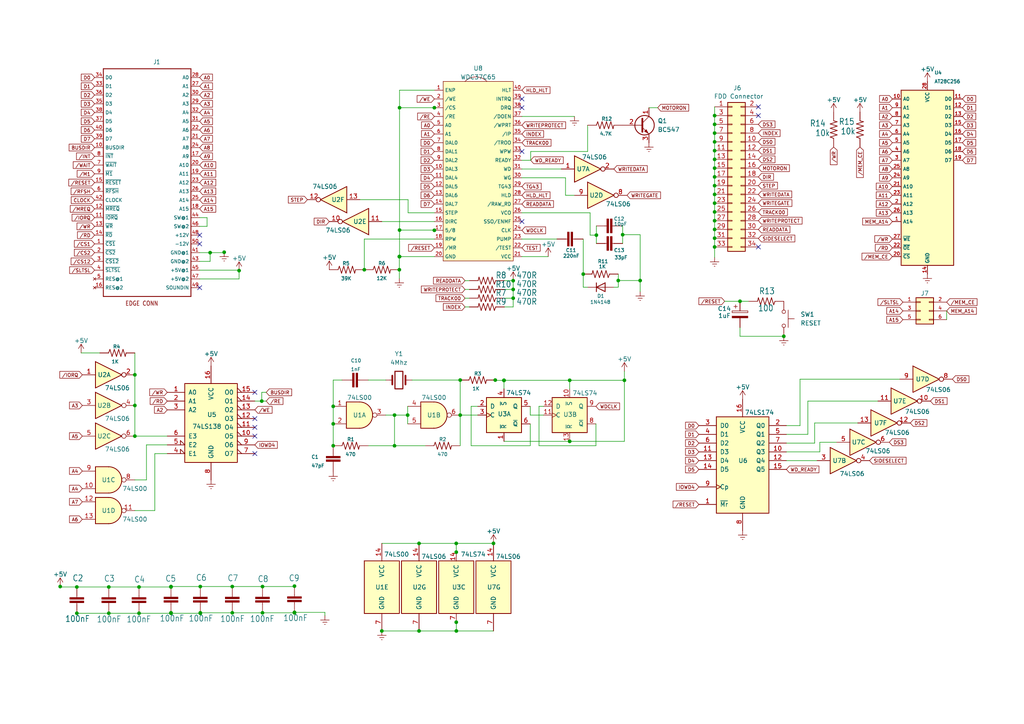
<source format=kicad_sch>
(kicad_sch (version 20211123) (generator eeschema)
  (paper "A4")
  (title_block (title "MSX CDX-2 Floppy Disk Drive Interface Clone") (date "2023-05-28") (rev "1.0") (company "RCC") (comment 1 "Based in the MSX FDD-CDX2 Desigh by Skoti: https://github.com/konkotgit/fdd-cdx2"))
  (junction (at 96.647 122.936))
  (junction (at 207.264 48.768))
  (junction (at 31.558 177.8698))
  (junction (at 207.264 53.848))
  (junction (at 207.264 36.068))
  (junction (at 132.334 180.467))
  (junction (at 17.461 170.1228))
  (junction (at 146.177 110.3326))
  (junction (at 22.287 170.2498))
  (junction (at 60.9483 73.279))
  (junction (at 115.8828 31.2418))
  (junction (at 58.101 177.7428))
  (junction (at 207.264 66.548))
  (junction (at 207.264 38.608))
  (junction (at 40.321 170.2498))
  (junction (at 125.984 31.242))
  (junction (at 146.177 110.3029))
  (junction (at 125.984 66.802))
  (junction (at 165.227 128.016))
  (junction (at 76.135 170.1228))
  (junction (at 96.647 129.286))
  (junction (at 114.427 120.396))
  (junction (at 85.406 177.7428))
  (junction (at 58.101 170.1228))
  (junction (at 67.372 177.7428))
  (junction (at 148.844 81.407))
  (junction (at 115.824 74.422))
  (junction (at 214.63 87.376))
  (junction (at 207.264 41.148))
  (junction (at 49.592 170.2498))
  (junction (at 132.3324 157.607))
  (junction (at 132.3569 183.007))
  (junction (at 49.592 170.1228))
  (junction (at 207.264 33.528))
  (junction (at 148.844 86.487))
  (junction (at 132.334 160.147))
  (junction (at 181.102 110.3029))
  (junction (at 110.744 183.007))
  (junction (at 49.592 177.8698))
  (junction (at 121.539 183.007))
  (junction (at 76.135 177.7428))
  (junction (at 207.264 58.928))
  (junction (at 105.664 78.232))
  (junction (at 39.116 126.492))
  (junction (at 207.264 43.688))
  (junction (at 85.406 177.6158))
  (junction (at 207.264 51.308))
  (junction (at 207.264 46.228))
  (junction (at 40.321 177.8698))
  (junction (at 169.164 79.502))
  (junction (at 179.324 81.3691))
  (junction (at 39.116 108.712))
  (junction (at 207.264 64.008))
  (junction (at 115.824 78.232))
  (junction (at 115.8828 74.422))
  (junction (at 58.101 177.8698))
  (junction (at 31.558 170.2498))
  (junction (at 165.227 110.3029))
  (junction (at 133.477 110.236))
  (junction (at 207.264 71.628))
  (junction (at 75.9209 116.332))
  (junction (at 96.647 117.856))
  (junction (at 65.024 73.152))
  (junction (at 207.264 69.088))
  (junction (at 148.844 83.947))
  (junction (at 85.406 169.9958))
  (junction (at 69.342 78.486))
  (junction (at 67.372 170.1228))
  (junction (at 185.674 81.3691))
  (junction (at 207.264 56.388))
  (junction (at 143.129 157.607))
  (junction (at 227.33 97.536))
  (junction (at 121.539 157.607))
  (junction (at 49.592 177.7428))
  (junction (at 114.427 129.286))
  (junction (at 172.974 68.1977))
  (junction (at 133.477 120.396))
  (junction (at 22.287 177.8698))
  (junction (at 180.594 68.072))
  (junction (at 118.237 120.396))
  (junction (at 143.637 110.236))
  (junction (at 39.116 117.602))
  (junction (at 115.8828 66.7347))
  (junction (at 207.264 61.468))
  (no_connect (at 73.914 113.792))
  (no_connect (at 151.384 64.262))
  (no_connect (at 73.914 123.952))
  (no_connect (at 219.964 30.988))
  (no_connect (at 219.964 33.528))
  (no_connect (at 219.964 71.628))
  (no_connect (at 57.912 83.439))
  (no_connect (at 151.384 43.942))
  (no_connect (at 57.912 68.199))
  (no_connect (at 151.384 31.242))
  (no_connect (at 151.384 28.702))
  (no_connect (at 73.914 131.572))
  (no_connect (at 73.914 121.412))
  (no_connect (at 73.914 126.492))
  (no_connect (at 57.912 70.739))
  (wire (pts (xy 171.1565 61.722) (xy 171.1565 68.1977)))
  (wire (pts (xy 153.797 117.856) (xy 153.797 120.396)))
  (wire (pts (xy 151.384 33.782) (xy 166.624 33.782)))
  (wire (pts (xy 151.384 69.342) (xy 161.544 69.342)))
  (wire (pts (xy 234.312 125.984) (xy 234.312 116.332)))
  (wire (pts (xy 57.912 78.359) (xy 69.342 78.359)))
  (wire (pts (xy 181.102 110.3029) (xy 181.102 128.016)))
  (wire (pts (xy 105.664 69.342) (xy 125.984 69.342)))
  (wire (pts (xy 133.477 110.236) (xy 133.477 120.396)))
  (wire (pts (xy 207.264 71.628) (xy 207.264 74.676)))
  (wire (pts (xy 76.135 170.1228) (xy 85.406 170.1228)))
  (wire (pts (xy 44.9023 131.572) (xy 44.9023 148.082)))
  (wire (pts (xy 180.594 68.072) (xy 185.674 68.072)))
  (wire (pts (xy 31.558 170.2498) (xy 40.321 170.2498)))
  (wire (pts (xy 42.4799 129.032) (xy 42.4799 139.192)))
  (wire (pts (xy 151.384 51.562) (xy 164.0245 51.562)))
  (wire (pts (xy 115.8828 31.2418) (xy 115.8828 66.7347)))
  (wire (pts (xy 22.287 177.8698) (xy 31.558 177.8698)))
  (wire (pts (xy 132.3324 160.147) (xy 132.334 160.147)))
  (wire (pts (xy 69.342 80.899) (xy 69.342 78.486)))
  (wire (pts (xy 115.8828 74.422) (xy 115.824 74.422)))
  (wire (pts (xy 228.092 128.524) (xy 236.2802 128.524)))
  (wire (pts (xy 125.984 26.162) (xy 115.8828 26.162)))
  (wire (pts (xy 57.912 75.819) (xy 60.9483 75.819)))
  (wire (pts (xy 65.024 73.279) (xy 65.024 73.152)))
  (wire (pts (xy 143.637 110.3326) (xy 143.637 110.236)))
  (wire (pts (xy 125.984 61.722) (xy 118.364 61.722)))
  (wire (pts (xy 169.164 69.342) (xy 169.164 79.502)))
  (wire (pts (xy 114.427 120.396) (xy 118.237 120.396)))
  (wire (pts (xy 114.427 120.396) (xy 114.427 129.286)))
  (wire (pts (xy 232.0411 109.982) (xy 260.985 109.982)))
  (wire (pts (xy 118.237 120.396) (xy 118.237 122.936)))
  (wire (pts (xy 85.406 170.1228) (xy 85.406 169.9958)))
  (wire (pts (xy 237.7892 128.27) (xy 242.697 128.27)))
  (wire (pts (xy 237.7892 131.064) (xy 237.7892 128.27)))
  (wire (pts (xy 172.974 68.1977) (xy 172.974 70.612)))
  (wire (pts (xy 85.406 177.6158) (xy 85.406 177.7428)))
  (wire (pts (xy 22.287 170.2498) (xy 31.558 170.2498)))
  (wire (pts (xy 96.647 110.236) (xy 99.187 110.236)))
  (wire (pts (xy 31.558 177.8698) (xy 40.321 177.8698)))
  (wire (pts (xy 106.807 110.236) (xy 111.887 110.236)))
  (wire (pts (xy 40.321 177.8698) (xy 49.592 177.8698)))
  (wire (pts (xy 132.3569 183.007) (xy 132.3569 180.467)))
  (wire (pts (xy 132.3324 157.607) (xy 132.3324 160.147)))
  (wire (pts (xy 207.264 64.008) (xy 207.264 66.548)))
  (wire (pts (xy 146.304 83.947) (xy 148.844 83.947)))
  (wire (pts (xy 69.342 78.359) (xy 69.342 78.486)))
  (wire (pts (xy 48.514 129.032) (xy 42.4799 129.032)))
  (wire (pts (xy 96.647 117.856) (xy 96.647 110.236)))
  (wire (pts (xy 49.592 170.1228) (xy 58.101 170.1228)))
  (wire (pts (xy 179.324 81.3691) (xy 185.674 81.3691)))
  (wire (pts (xy 207.264 33.528) (xy 207.264 36.068)))
  (wire (pts (xy 49.592 170.2498) (xy 49.592 170.1228)))
  (wire (pts (xy 115.8828 66.7347) (xy 115.8828 74.422)))
  (wire (pts (xy 153.797 120.396) (xy 157.607 120.396)))
  (wire (pts (xy 207.264 41.148) (xy 207.264 43.688)))
  (wire (pts (xy 60.0584 63.119) (xy 60.0584 65.659)))
  (wire (pts (xy 67.372 177.7428) (xy 76.135 177.7428)))
  (wire (pts (xy 164.0245 56.642) (xy 166.624 56.642)))
  (wire (pts (xy 236.2802 122.682) (xy 248.793 122.682)))
  (wire (pts (xy 165.227 128.016) (xy 181.102 128.016)))
  (wire (pts (xy 164.0245 51.562) (xy 164.0245 56.642)))
  (wire (pts (xy 57.912 73.279) (xy 60.9483 73.279)))
  (wire (pts (xy 60.0584 65.659) (xy 57.912 65.659)))
  (wire (pts (xy 207.264 43.688) (xy 207.264 46.228)))
  (wire (pts (xy 169.164 79.502) (xy 169.164 83.312)))
  (wire (pts (xy 207.264 58.928) (xy 207.264 61.468)))
  (wire (pts (xy 58.101 177.7428) (xy 58.101 177.8698)))
  (wire (pts (xy 48.514 131.572) (xy 44.9023 131.572)))
  (wire (pts (xy 115.8828 26.162) (xy 115.8828 31.2418)))
  (wire (pts (xy 133.477 120.396) (xy 133.477 129.286)))
  (wire (pts (xy 207.264 38.608) (xy 207.264 41.148)))
  (wire (pts (xy 39.116 117.602) (xy 39.116 126.492)))
  (wire (pts (xy 111.887 120.396) (xy 114.427 120.396)))
  (wire (pts (xy 153.924 46.482) (xy 153.924 43.942)))
  (wire (pts (xy 179.324 81.3691) (xy 179.324 83.312)))
  (wire (pts (xy 180.594 68.072) (xy 180.594 70.612)))
  (wire (pts (xy 185.674 68.072) (xy 185.674 81.3691)))
  (wire (pts (xy 114.427 129.286) (xy 123.317 129.286)))
  (wire (pts (xy 165.227 110.3029) (xy 181.102 110.3029)))
  (wire (pts (xy 110.744 157.607) (xy 121.539 157.607)))
  (wire (pts (xy 22.287 177.911) (xy 22.287 177.8698)))
  (wire (pts (xy 207.264 56.388) (xy 207.264 58.928)))
  (wire (pts (xy 228.092 133.604) (xy 236.982 133.604)))
  (wire (pts (xy 207.264 61.468) (xy 207.264 64.008)))
  (wire (pts (xy 60.9483 75.819) (xy 60.9483 73.279)))
  (wire (pts (xy 188.214 31.242) (xy 190.7544 31.242)))
  (wire (pts (xy 75.9209 113.792) (xy 77.216 113.792)))
  (wire (pts (xy 172.974 65.532) (xy 172.974 68.1977)))
  (wire (pts (xy 148.844 86.487) (xy 148.844 83.947)))
  (wire (pts (xy 119.507 110.236) (xy 133.477 110.236)))
  (wire (pts (xy 96.647 129.286) (xy 96.647 122.936)))
  (wire (pts (xy 115.824 74.422) (xy 115.824 78.232)))
  (wire (pts (xy 207.264 69.088) (xy 207.264 71.628)))
  (wire (pts (xy 153.797 129.286) (xy 153.797 122.936)))
  (wire (pts (xy 105.664 69.342) (xy 105.664 78.232)))
  (wire (pts (xy 75.9209 116.332) (xy 77.216 116.332)))
  (wire (pts (xy 58.101 170.1228) (xy 67.372 170.1228)))
  (wire (pts (xy 106.807 129.286) (xy 114.427 129.286)))
  (wire (pts (xy 232.0411 123.444) (xy 232.0411 109.982)))
  (wire (pts (xy 179.324 83.312) (xy 178.054 83.312)))
  (wire (pts (xy 125.984 74.422) (xy 115.8828 74.422)))
  (wire (pts (xy 151.384 61.722) (xy 171.1565 61.722)))
  (wire (pts (xy 207.264 66.548) (xy 207.264 69.088)))
  (wire (pts (xy 57.912 80.899) (xy 69.342 80.899)))
  (wire (pts (xy 39.116 126.492) (xy 48.514 126.492)))
  (wire (pts (xy 151.384 49.022) (xy 162.814 49.022)))
  (wire (pts (xy 49.592 177.7428) (xy 49.592 177.8698)))
  (wire (pts (xy 236.2802 128.524) (xy 236.2802 122.682)))
  (wire (pts (xy 125.984 31.2418) (xy 125.984 31.242)))
  (wire (pts (xy 39.116 102.362) (xy 39.116 108.712)))
  (wire (pts (xy 228.092 125.984) (xy 234.312 125.984)))
  (wire (pts (xy 44.9023 148.082) (xy 39.116 148.082)))
  (wire (pts (xy 22.287 170.2498) (xy 17.461 170.2498)))
  (wire (pts (xy 138.557 117.856) (xy 136.652 117.856)))
  (wire (pts (xy 181.102 107.696) (xy 181.102 110.3029)))
  (wire (pts (xy 214.63 94.996) (xy 214.63 97.536)))
  (wire (pts (xy 171.1565 68.1977) (xy 172.974 68.1977)))
  (wire (pts (xy 118.364 57.912) (xy 104.394 57.912)))
  (wire (pts (xy 133.477 120.396) (xy 138.557 120.396)))
  (wire (pts (xy 274.574 90.17) (xy 274.574 92.71)))
  (wire (pts (xy 146.177 128.016) (xy 165.227 128.016)))
  (wire (pts (xy 40.321 170.2498) (xy 49.592 170.2498)))
  (wire (pts (xy 156.337 129.286) (xy 172.847 129.286)))
  (wire (pts (xy 156.337 117.856) (xy 156.337 129.286)))
  (wire (pts (xy 165.227 110.3029) (xy 165.227 112.776)))
  (wire (pts (xy 85.406 177.6158) (xy 94.234 177.6158)))
  (wire (pts (xy 207.264 51.308) (xy 207.264 53.848)))
  (wire (pts (xy 146.304 86.487) (xy 148.844 86.487)))
  (wire (pts (xy 228.092 131.064) (xy 237.7892 131.064)))
  (wire (pts (xy 58.101 177.7428) (xy 67.372 177.7428)))
  (wire (pts (xy 146.177 110.3326) (xy 143.637 110.3326)))
  (wire (pts (xy 132.3324 157.607) (xy 143.129 157.607)))
  (wire (pts (xy 121.539 183.007) (xy 132.3569 183.007)))
  (wire (pts (xy 110.744 64.262) (xy 125.984 64.262)))
  (wire (pts (xy 228.092 123.444) (xy 232.0411 123.444)))
  (wire (pts (xy 151.384 46.482) (xy 153.924 46.482)))
  (wire (pts (xy 121.539 157.607) (xy 132.3324 157.607)))
  (wire (pts (xy 136.652 117.856) (xy 136.652 129.286)))
  (wire (pts (xy 115.8828 66.7347) (xy 125.984 66.7347)))
  (wire (pts (xy 60.9483 73.279) (xy 65.024 73.279)))
  (wire (pts (xy 214.63 97.536) (xy 227.33 97.536)))
  (wire (pts (xy 132.3569 180.467) (xy 132.334 180.467)))
  (wire (pts (xy 172.847 129.286) (xy 172.847 122.936)))
  (wire (pts (xy 214.63 87.376) (xy 217.17 87.376)))
  (wire (pts (xy 118.364 61.722) (xy 118.364 57.912)))
  (wire (pts (xy 75.9209 116.332) (xy 75.9209 113.792)))
  (wire (pts (xy 134.874 86.487) (xy 136.144 86.487)))
  (wire (pts (xy 49.592 177.8698) (xy 58.101 177.8698)))
  (wire (pts (xy 146.177 110.3326) (xy 146.177 112.776)))
  (wire (pts (xy 180.594 65.532) (xy 180.594 68.072)))
  (wire (pts (xy 169.164 83.312) (xy 170.434 83.312)))
  (wire (pts (xy 134.874 83.947) (xy 136.144 83.947)))
  (wire (pts (xy 134.874 81.407) (xy 136.144 81.407)))
  (wire (pts (xy 39.116 108.712) (xy 39.116 117.602)))
  (wire (pts (xy 76.135 177.7428) (xy 85.406 177.7428)))
  (wire (pts (xy 151.384 74.422) (xy 159.004 74.422)))
  (wire (pts (xy 110.744 183.007) (xy 121.539 183.007)))
  (wire (pts (xy 207.264 36.068) (xy 207.264 38.608)))
  (wire (pts (xy 148.844 83.947) (xy 148.844 81.407)))
  (wire (pts (xy 157.607 117.856) (xy 156.337 117.856)))
  (wire (pts (xy 207.264 46.228) (xy 207.264 48.768)))
  (wire (pts (xy 207.264 53.848) (xy 207.264 56.388)))
  (wire (pts (xy 73.914 116.332) (xy 75.9209 116.332)))
  (wire (pts (xy 207.264 30.988) (xy 207.264 33.528)))
  (wire (pts (xy 153.924 43.942) (xy 170.434 43.942)))
  (wire (pts (xy 17.461 170.2498) (xy 17.461 170.1228)))
  (wire (pts (xy 132.3569 183.007) (xy 143.129 183.007)))
  (wire (pts (xy 234.312 116.332) (xy 254.635 116.332)))
  (wire (pts (xy 23.5306 102.362) (xy 28.956 102.362)))
  (wire (pts (xy 115.824 78.232) (xy 115.824 80.772)))
  (wire (pts (xy 42.4799 139.192) (xy 39.116 139.192)))
  (wire (pts (xy 146.304 81.407) (xy 148.844 81.407)))
  (wire (pts (xy 118.237 117.856) (xy 118.237 120.396)))
  (wire (pts (xy 57.912 63.119) (xy 60.0584 63.119)))
  (wire (pts (xy 146.304 89.027) (xy 148.844 89.027)))
  (wire (pts (xy 170.434 43.942) (xy 170.434 36.322)))
  (wire (pts (xy 67.372 170.1228) (xy 76.135 170.1228)))
  (wire (pts (xy 134.874 89.027) (xy 136.144 89.027)))
  (wire (pts (xy 136.652 129.286) (xy 153.797 129.286)))
  (wire (pts (xy 148.844 89.027) (xy 148.844 86.487)))
  (wire (pts (xy 96.647 122.936) (xy 96.647 117.856)))
  (wire (pts (xy 115.8828 31.2418) (xy 125.984 31.2418)))
  (wire (pts (xy 185.674 81.3691) (xy 185.674 84.582)))
  (wire (pts (xy 146.177 110.3029) (xy 165.227 110.3029)))
  (wire (pts (xy 210.185 87.376) (xy 214.63 87.376)))
  (wire (pts (xy 207.264 48.768) (xy 207.264 51.308)))
  (wire (pts (xy 146.177 110.3029) (xy 146.177 110.3326)))
  (wire (pts (xy 94.234 177.6158) (xy 94.234 178.562)))
  (wire (pts (xy 125.984 66.7347) (xy 125.984 66.802)))
  (wire (pts (xy 179.324 79.502) (xy 179.324 81.3691)))
  (global_label "A1" (shape input) (at 125.984 38.862 180) (effects (font (size 1 1))) (property "Intersheet References" "${INTERSHEET_REFS}" (effects hide)))
  (global_label "A7" (shape input) (at 258.826 46.482 180) (effects (font (size 1 1))) (property "Intersheet References" "${INTERSHEET_REFS}" (effects hide)))
  (global_label "{slash}MEM_CE" (shape input) (at 258.826 74.422 180) (effects (font (size 1 1))) (property "Intersheet References" "${INTERSHEET_REFS}" (effects hide)))
  (global_label "WDCLK" (shape input) (at 172.847 117.856 0) (effects (font (size 1 1))) (property "Intersheet References" "${INTERSHEET_REFS}" (effects hide)))
  (global_label "A5" (shape input) (at 23.876 126.492 180) (effects (font (size 1 1))) (property "Intersheet References" "${INTERSHEET_REFS}" (effects hide)))
  (global_label "D2" (shape input) (at 125.984 46.482 180) (effects (font (size 1 1))) (property "Intersheet References" "${INTERSHEET_REFS}" (effects hide)))
  (global_label "BUSDIR" (shape input) (at 77.216 113.792 0) (effects (font (size 1 1))) (property "Intersheet References" "${INTERSHEET_REFS}" (effects hide)))
  (global_label "A8" (shape input) (at 258.826 49.022 180) (effects (font (size 1 1))) (property "Intersheet References" "${INTERSHEET_REFS}" (effects hide)))
  (global_label "MOTORON" (shape input) (at 219.964 48.768 0) (effects (font (size 1 1))) (property "Intersheet References" "${INTERSHEET_REFS}" (effects hide)))
  (global_label "D0" (shape input) (at 27.432 22.479 180) (effects (font (size 1 1))) (property "Intersheet References" "${INTERSHEET_REFS}" (effects hide)))
  (global_label "D1" (shape input) (at 27.432 25.019 180) (effects (font (size 1 1))) (property "Intersheet References" "${INTERSHEET_REFS}" (effects hide)))
  (global_label "D2" (shape input) (at 279.146 33.782 0) (effects (font (size 1 1))) (property "Intersheet References" "${INTERSHEET_REFS}" (effects hide)))
  (global_label "{slash}CS1" (shape input) (at 27.432 70.739 180) (effects (font (size 1 1))) (property "Intersheet References" "${INTERSHEET_REFS}" (effects hide)))
  (global_label "A9" (shape input) (at 57.912 45.339 0) (effects (font (size 1 1))) (property "Intersheet References" "${INTERSHEET_REFS}" (effects hide)))
  (global_label "WDCLK" (shape input) (at 151.384 66.802 0) (effects (font (size 1 1))) (property "Intersheet References" "${INTERSHEET_REFS}" (effects hide)))
  (global_label "A11" (shape input) (at 57.912 50.419 0) (effects (font (size 1 1))) (property "Intersheet References" "${INTERSHEET_REFS}" (effects hide)))
  (global_label "A0" (shape input) (at 57.912 22.479 0) (effects (font (size 1 1))) (property "Intersheet References" "${INTERSHEET_REFS}" (effects hide)))
  (global_label "A14" (shape input) (at 261.874 90.17 180) (effects (font (size 1 1))) (property "Intersheet References" "${INTERSHEET_REFS}" (effects hide)))
  (global_label "D1" (shape input) (at 279.146 31.242 0) (effects (font (size 1 1))) (property "Intersheet References" "${INTERSHEET_REFS}" (effects hide)))
  (global_label "DS0" (shape input) (at 219.964 41.148 0) (effects (font (size 1 1))) (property "Intersheet References" "${INTERSHEET_REFS}" (effects hide)))
  (global_label "IOWD4" (shape input) (at 202.692 141.224 180) (effects (font (size 1 1))) (property "Intersheet References" "${INTERSHEET_REFS}" (effects hide)))
  (global_label "A2" (shape input) (at 48.514 118.872 180) (effects (font (size 1 1))) (property "Intersheet References" "${INTERSHEET_REFS}" (effects hide)))
  (global_label "INDEX" (shape input) (at 219.964 38.608 0) (effects (font (size 1 1))) (property "Intersheet References" "${INTERSHEET_REFS}" (effects hide)))
  (global_label "D5" (shape input) (at 125.984 54.102 180) (effects (font (size 1 1))) (property "Intersheet References" "${INTERSHEET_REFS}" (effects hide)))
  (global_label "{slash}WE" (shape input) (at 73.914 118.872 0) (effects (font (size 1 1))) (property "Intersheet References" "${INTERSHEET_REFS}" (effects hide)))
  (global_label "MEM_A14" (shape input) (at 274.574 90.17 0) (effects (font (size 1 1))) (property "Intersheet References" "${INTERSHEET_REFS}" (effects hide)))
  (global_label "{slash}WAIT" (shape input) (at 27.432 47.879 180) (effects (font (size 1 1))) (property "Intersheet References" "${INTERSHEET_REFS}" (effects hide)))
  (global_label "WD_READY" (shape input) (at 228.092 136.144 0) (effects (font (size 1 1))) (property "Intersheet References" "${INTERSHEET_REFS}" (effects hide)))
  (global_label "STEP" (shape input) (at 89.154 57.912 180) (effects (font (size 1 1))) (property "Intersheet References" "${INTERSHEET_REFS}" (effects hide)))
  (global_label "A7" (shape input) (at 23.876 145.542 180) (effects (font (size 1 1))) (property "Intersheet References" "${INTERSHEET_REFS}" (effects hide)))
  (global_label "DS2" (shape input) (at 219.964 46.228 0) (effects (font (size 1 1))) (property "Intersheet References" "${INTERSHEET_REFS}" (effects hide)))
  (global_label "{slash}CS2" (shape input) (at 27.432 73.279 180) (effects (font (size 1 1))) (property "Intersheet References" "${INTERSHEET_REFS}" (effects hide)))
  (global_label "D4" (shape input) (at 125.984 51.562 180) (effects (font (size 1 1))) (property "Intersheet References" "${INTERSHEET_REFS}" (effects hide)))
  (global_label "TRACK00" (shape input) (at 151.384 41.402 0) (effects (font (size 1 1))) (property "Intersheet References" "${INTERSHEET_REFS}" (effects hide)))
  (global_label "D2" (shape input) (at 202.692 128.524 180) (effects (font (size 1 1))) (property "Intersheet References" "${INTERSHEET_REFS}" (effects hide)))
  (global_label "SIDESELECT" (shape input) (at 252.222 133.604 0) (effects (font (size 1 1))) (property "Intersheet References" "${INTERSHEET_REFS}" (effects hide)))
  (global_label "A15" (shape input) (at 57.912 60.579 0) (effects (font (size 1 1))) (property "Intersheet References" "${INTERSHEET_REFS}" (effects hide)))
  (global_label "WRITEGATE" (shape input) (at 181.864 56.642 0) (effects (font (size 1 1))) (property "Intersheet References" "${INTERSHEET_REFS}" (effects hide)))
  (global_label "DS3" (shape input) (at 219.964 36.068 0) (effects (font (size 1 1))) (property "Intersheet References" "${INTERSHEET_REFS}" (effects hide)))
  (global_label "{slash}RFSH" (shape input) (at 27.432 55.499 180) (effects (font (size 1 1))) (property "Intersheet References" "${INTERSHEET_REFS}" (effects hide)))
  (global_label "D1" (shape input) (at 202.692 125.984 180) (effects (font (size 1 1))) (property "Intersheet References" "${INTERSHEET_REFS}" (effects hide)))
  (global_label "{slash}RESET" (shape input) (at 27.432 52.959 180) (effects (font (size 1 1))) (property "Intersheet References" "${INTERSHEET_REFS}" (effects hide)))
  (global_label "{slash}CS12" (shape input) (at 27.432 75.819 180) (effects (font (size 1 1))) (property "Intersheet References" "${INTERSHEET_REFS}" (effects hide)))
  (global_label "A14" (shape input) (at 57.912 58.039 0) (effects (font (size 1 1))) (property "Intersheet References" "${INTERSHEET_REFS}" (effects hide)))
  (global_label "A13" (shape input) (at 57.912 55.499 0) (effects (font (size 1 1))) (property "Intersheet References" "${INTERSHEET_REFS}" (effects hide)))
  (global_label "WD_READY" (shape input) (at 153.924 46.482 0) (effects (font (size 1 1))) (property "Intersheet References" "${INTERSHEET_REFS}" (effects hide)))
  (global_label "READDATA" (shape input) (at 151.384 59.182 0) (effects (font (size 1 1))) (property "Intersheet References" "${INTERSHEET_REFS}" (effects hide)))
  (global_label "{slash}RESET" (shape input) (at 125.984 71.882 180) (effects (font (size 1 1))) (property "Intersheet References" "${INTERSHEET_REFS}" (effects hide)))
  (global_label "A15" (shape input) (at 261.874 92.71 180) (effects (font (size 1 1))) (property "Intersheet References" "${INTERSHEET_REFS}" (effects hide)))
  (global_label "A1" (shape input) (at 258.826 31.242 180) (effects (font (size 1 1))) (property "Intersheet References" "${INTERSHEET_REFS}" (effects hide)))
  (global_label "STEP" (shape input) (at 219.964 53.848 0) (effects (font (size 1 1))) (property "Intersheet References" "${INTERSHEET_REFS}" (effects hide)))
  (global_label "A5" (shape input) (at 258.826 41.402 180) (effects (font (size 1 1))) (property "Intersheet References" "${INTERSHEET_REFS}" (effects hide)))
  (global_label "D2" (shape input) (at 27.432 27.559 180) (effects (font (size 1 1))) (property "Intersheet References" "${INTERSHEET_REFS}" (effects hide)))
  (global_label "A6" (shape input) (at 23.876 150.622 180) (effects (font (size 1 1))) (property "Intersheet References" "${INTERSHEET_REFS}" (effects hide)))
  (global_label "D4" (shape input) (at 27.432 32.639 180) (effects (font (size 1 1))) (property "Intersheet References" "${INTERSHEET_REFS}" (effects hide)))
  (global_label "A2" (shape input) (at 57.912 27.559 0) (effects (font (size 1 1))) (property "Intersheet References" "${INTERSHEET_REFS}" (effects hide)))
  (global_label "DS0" (shape input) (at 276.225 109.982 0) (effects (font (size 1 1))) (property "Intersheet References" "${INTERSHEET_REFS}" (effects hide)))
  (global_label "A0" (shape input) (at 125.984 36.322 180) (effects (font (size 1 1))) (property "Intersheet References" "${INTERSHEET_REFS}" (effects hide)))
  (global_label "{slash}RESET" (shape input) (at 202.692 146.304 180) (effects (font (size 1 1))) (property "Intersheet References" "${INTERSHEET_REFS}" (effects hide)))
  (global_label "D0" (shape input) (at 279.146 28.702 0) (effects (font (size 1 1))) (property "Intersheet References" "${INTERSHEET_REFS}" (effects hide)))
  (global_label "TRACK00" (shape input) (at 219.964 61.5319 0) (effects (font (size 1 1))) (property "Intersheet References" "${INTERSHEET_REFS}" (effects hide)))
  (global_label "D3" (shape input) (at 125.984 49.022 180) (effects (font (size 1 1))) (property "Intersheet References" "${INTERSHEET_REFS}" (effects hide)))
  (global_label "WRITEPROTECT" (shape input) (at 151.384 36.322 0) (effects (font (size 1 1))) (property "Intersheet References" "${INTERSHEET_REFS}" (effects hide)))
  (global_label "CLOCK" (shape input) (at 27.432 58.039 180) (effects (font (size 1 1))) (property "Intersheet References" "${INTERSHEET_REFS}" (effects hide)))
  (global_label "D3" (shape input) (at 27.432 30.099 180) (effects (font (size 1 1))) (property "Intersheet References" "${INTERSHEET_REFS}" (effects hide)))
  (global_label "INDEX" (shape input) (at 151.384 38.862 0) (effects (font (size 1 1))) (property "Intersheet References" "${INTERSHEET_REFS}" (effects hide)))
  (global_label "D7" (shape input) (at 279.146 46.482 0) (effects (font (size 1 1))) (property "Intersheet References" "${INTERSHEET_REFS}" (effects hide)))
  (global_label "WRITEGATE" (shape input) (at 219.964 58.889 0) (effects (font (size 1 1))) (property "Intersheet References" "${INTERSHEET_REFS}" (effects hide)))
  (global_label "{slash}WR" (shape input) (at 27.432 65.659 180) (effects (font (size 1 1))) (property "Intersheet References" "${INTERSHEET_REFS}" (effects hide)))
  (global_label "D6" (shape input) (at 125.984 56.642 180) (effects (font (size 1 1))) (property "Intersheet References" "${INTERSHEET_REFS}" (effects hide)))
  (global_label "MEM_A14" (shape input) (at 258.826 64.262 180) (effects (font (size 1 1))) (property "Intersheet References" "${INTERSHEET_REFS}" (effects hide)))
  (global_label "D3" (shape input) (at 279.146 36.322 0) (effects (font (size 1 1))) (property "Intersheet References" "${INTERSHEET_REFS}" (effects hide)))
  (global_label "{slash}WR" (shape input) (at 48.514 113.792 180) (effects (font (size 1 1))) (property "Intersheet References" "${INTERSHEET_REFS}" (effects hide)))
  (global_label "D5" (shape input) (at 27.432 35.179 180) (effects (font (size 1 1))) (property "Intersheet References" "${INTERSHEET_REFS}" (effects hide)))
  (global_label "WRITEPROTECT" (shape input) (at 134.874 83.947 180) (effects (font (size 1 1))) (property "Intersheet References" "${INTERSHEET_REFS}" (effects hide)))
  (global_label "A7" (shape input) (at 57.912 40.259 0) (effects (font (size 1 1))) (property "Intersheet References" "${INTERSHEET_REFS}" (effects hide)))
  (global_label "HLD_HLT" (shape input) (at 151.384 26.162 0) (effects (font (size 1 1))) (property "Intersheet References" "${INTERSHEET_REFS}" (effects hide)))
  (global_label "A0" (shape input) (at 258.826 28.702 180) (effects (font (size 1 1))) (property "Intersheet References" "${INTERSHEET_REFS}" (effects hide)))
  (global_label "A10" (shape input) (at 258.826 54.102 180) (effects (font (size 1 1))) (property "Intersheet References" "${INTERSHEET_REFS}" (effects hide)))
  (global_label "A4" (shape input) (at 258.826 38.862 180) (effects (font (size 1 1))) (property "Intersheet References" "${INTERSHEET_REFS}" (effects hide)))
  (global_label "D1" (shape input) (at 125.984 43.942 180) (effects (font (size 1 1))) (property "Intersheet References" "${INTERSHEET_REFS}" (effects hide)))
  (global_label "{slash}SLTSL" (shape input) (at 261.874 87.63 180) (effects (font (size 1 1))) (property "Intersheet References" "${INTERSHEET_REFS}" (effects hide)))
  (global_label "D5" (shape input) (at 279.146 41.402 0) (effects (font (size 1 1))) (property "Intersheet References" "${INTERSHEET_REFS}" (effects hide)))
  (global_label "BUSDIR" (shape input) (at 27.432 42.799 180) (effects (font (size 1 1))) (property "Intersheet References" "${INTERSHEET_REFS}" (effects hide)))
  (global_label "D4" (shape input) (at 279.146 38.862 0) (effects (font (size 1 1))) (property "Intersheet References" "${INTERSHEET_REFS}" (effects hide)))
  (global_label "{slash}MEM_CE" (shape input) (at 274.574 87.63 0) (effects (font (size 1 1))) (property "Intersheet References" "${INTERSHEET_REFS}" (effects hide)))
  (global_label "D7" (shape input) (at 27.432 40.259 180) (effects (font (size 1 1))) (property "Intersheet References" "${INTERSHEET_REFS}" (effects hide)))
  (global_label "{slash}WR" (shape input) (at 258.826 69.342 180) (effects (font (size 1 1))) (property "Intersheet References" "${INTERSHEET_REFS}" (effects hide)))
  (global_label "A1" (shape input) (at 57.912 25.019 0) (effects (font (size 1 1))) (property "Intersheet References" "${INTERSHEET_REFS}" (effects hide)))
  (global_label "TEST" (shape input) (at 151.384 71.882 0) (effects (font (size 1 1))) (property "Intersheet References" "${INTERSHEET_REFS}" (effects hide)))
  (global_label "HLD_HLT" (shape input) (at 151.384 56.642 0) (effects (font (size 1 1))) (property "Intersheet References" "${INTERSHEET_REFS}" (effects hide)))
  (global_label "{slash}RD" (shape input) (at 27.432 68.199 180) (effects (font (size 1 1))) (property "Intersheet References" "${INTERSHEET_REFS}" (effects hide)))
  (global_label "A4" (shape input) (at 23.876 136.6019 180) (effects (font (size 1 1))) (property "Intersheet References" "${INTERSHEET_REFS}" (effects hide)))
  (global_label "{slash}SLTSL" (shape input) (at 27.432 78.359 180) (effects (font (size 1 1))) (property "Intersheet References" "${INTERSHEET_REFS}" (effects hide)))
  (global_label "D0" (shape input) (at 125.984 41.402 180) (effects (font (size 1 1))) (property "Intersheet References" "${INTERSHEET_REFS}" (effects hide)))
  (global_label "DS1" (shape input) (at 269.875 116.332 0) (effects (font (size 1 1))) (property "Intersheet References" "${INTERSHEET_REFS}" (effects hide)))
  (global_label "A3" (shape input) (at 57.912 30.099 0) (effects (font (size 1 1))) (property "Intersheet References" "${INTERSHEET_REFS}" (effects hide)))
  (global_label "A3" (shape input) (at 258.826 36.322 180) (effects (font (size 1 1))) (property "Intersheet References" "${INTERSHEET_REFS}" (effects hide)))
  (global_label "A3" (shape input) (at 23.876 117.602 180) (effects (font (size 1 1))) (property "Intersheet References" "${INTERSHEET_REFS}" (effects hide)))
  (global_label "A13" (shape input) (at 258.826 61.722 180) (effects (font (size 1 1))) (property "Intersheet References" "${INTERSHEET_REFS}" (effects hide)))
  (global_label "D7" (shape input) (at 125.984 59.182 180) (effects (font (size 1 1))) (property "Intersheet References" "${INTERSHEET_REFS}" (effects hide)))
  (global_label "{slash}M1" (shape input) (at 27.432 50.419 180) (effects (font (size 1 1))) (property "Intersheet References" "${INTERSHEET_REFS}" (effects hide)))
  (global_label "A4" (shape input) (at 23.876 141.732 180) (effects (font (size 1 1))) (property "Intersheet References" "${INTERSHEET_REFS}" (effects hide)))
  (global_label "{slash}WR" (shape input) (at 241.808 42.672 270) (effects (font (size 1 1))) (property "Intersheet References" "${INTERSHEET_REFS}" (effects hide)))
  (global_label "{slash}MREQ" (shape input) (at 27.432 60.579 180) (effects (font (size 1 1))) (property "Intersheet References" "${INTERSHEET_REFS}" (effects hide)))
  (global_label "{slash}RD" (shape input) (at 258.826 71.882 180) (effects (font (size 1 1))) (property "Intersheet References" "${INTERSHEET_REFS}" (effects hide)))
  (global_label "A9" (shape input) (at 258.826 51.562 180) (effects (font (size 1 1))) (property "Intersheet References" "${INTERSHEET_REFS}" (effects hide)))
  (global_label "INDEX" (shape input) (at 134.874 89.027 180) (effects (font (size 1 1))) (property "Intersheet References" "${INTERSHEET_REFS}" (effects hide)))
  (global_label "A6" (shape input) (at 258.826 43.942 180) (effects (font (size 1 1))) (property "Intersheet References" "${INTERSHEET_REFS}" (effects hide)))
  (global_label "READDATA" (shape input) (at 219.964 66.548 0) (effects (font (size 1 1))) (property "Intersheet References" "${INTERSHEET_REFS}" (effects hide)))
  (global_label "{slash}INT" (shape input) (at 27.432 45.339 180) (effects (font (size 1 1))) (property "Intersheet References" "${INTERSHEET_REFS}" (effects hide)))
  (global_label "{slash}WE" (shape input) (at 125.984 28.702 180) (effects (font (size 1 1))) (property "Intersheet References" "${INTERSHEET_REFS}" (effects hide)))
  (global_label "DS3" (shape input) (at 257.937 128.27 0) (effects (font (size 1 1))) (property "Intersheet References" "${INTERSHEET_REFS}" (effects hide)))
  (global_label "D0" (shape input) (at 202.692 123.444 180) (effects (font (size 1 1))) (property "Intersheet References" "${INTERSHEET_REFS}" (effects hide)))
  (global_label "A8" (shape input) (at 57.912 42.799 0) (effects (font (size 1 1))) (property "Intersheet References" "${INTERSHEET_REFS}" (effects hide)))
  (global_label "DS2" (shape input) (at 264.033 122.682 0) (effects (font (size 1 1))) (property "Intersheet References" "${INTERSHEET_REFS}" (effects hide)))
  (global_label "A4" (shape input) (at 57.912 32.639 0) (effects (font (size 1 1))) (property "Intersheet References" "${INTERSHEET_REFS}" (effects hide)))
  (global_label "{slash}RE" (shape input) (at 125.984 33.782 180) (effects (font (size 1 1))) (property "Intersheet References" "${INTERSHEET_REFS}" (effects hide)))
  (global_label "{slash}IORQ" (shape input) (at 27.432 63.119 180) (effects (font (size 1 1))) (property "Intersheet References" "${INTERSHEET_REFS}" (effects hide)))
  (global_label "D4" (shape input) (at 202.692 133.604 180) (effects (font (size 1 1))) (property "Intersheet References" "${INTERSHEET_REFS}" (effects hide)))
  (global_label "SIDESELECT" (shape input) (at 219.964 69.1773 0) (effects (font (size 1 1))) (property "Intersheet References" "${INTERSHEET_REFS}" (effects hide)))
  (global_label "A10" (shape input) (at 57.912 47.879 0) (effects (font (size 1 1))) (property "Intersheet References" "${INTERSHEET_REFS}" (effects hide)))
  (global_label "A5" (shape input) (at 57.912 35.179 0) (effects (font (size 1 1))) (property "Intersheet References" "${INTERSHEET_REFS}" (effects hide)))
  (global_label "{slash}MEM_CE" (shape input) (at 249.428 42.672 270) (effects (font (size 1 1))) (property "Intersheet References" "${INTERSHEET_REFS}" (effects hide)))
  (global_label "WRITEPROTECT" (shape input) (at 219.964 64.008 0) (effects (font (size 1 1))) (property "Intersheet References" "${INTERSHEET_REFS}" (effects hide)))
  (global_label "{slash}RESET" (shape input) (at 210.185 87.376 180) (effects (font (size 1 1))) (property "Intersheet References" "${INTERSHEET_REFS}" (effects hide)))
  (global_label "A11" (shape input) (at 258.826 56.642 180) (effects (font (size 1 1))) (property "Intersheet References" "${INTERSHEET_REFS}" (effects hide)))
  (global_label "WRITEDATA" (shape input) (at 178.054 49.022 0) (effects (font (size 1 1))) (property "Intersheet References" "${INTERSHEET_REFS}" (effects hide)))
  (global_label "TRACK00" (shape input) (at 134.874 86.487 180) (effects (font (size 1 1))) (property "Intersheet References" "${INTERSHEET_REFS}" (effects hide)))
  (global_label "MOTORON" (shape input) (at 190.7544 31.242 0) (effects (font (size 1 1))) (property "Intersheet References" "${INTERSHEET_REFS}" (effects hide)))
  (global_label "D3" (shape input) (at 202.692 131.064 180) (effects (font (size 1 1))) (property "Intersheet References" "${INTERSHEET_REFS}" (effects hide)))
  (global_label "WRITEDATA" (shape input) (at 219.964 56.388 0) (effects (font (size 1 1))) (property "Intersheet References" "${INTERSHEET_REFS}" (effects hide)))
  (global_label "A12" (shape input) (at 57.912 52.959 0) (effects (font (size 1 1))) (property "Intersheet References" "${INTERSHEET_REFS}" (effects hide)))
  (global_label "A12" (shape input) (at 258.826 59.182 180) (effects (font (size 1 1))) (property "Intersheet References" "${INTERSHEET_REFS}" (effects hide)))
  (global_label "D5" (shape input) (at 202.692 136.144 180) (effects (font (size 1 1))) (property "Intersheet References" "${INTERSHEET_REFS}" (effects hide)))
  (global_label "DS1" (shape input) (at 219.964 43.688 0) (effects (font (size 1 1))) (property "Intersheet References" "${INTERSHEET_REFS}" (effects hide)))
  (global_label "D6" (shape input) (at 279.146 43.942 0) (effects (font (size 1 1))) (property "Intersheet References" "${INTERSHEET_REFS}" (effects hide)))
  (global_label "DIR" (shape input) (at 219.964 51.308 0) (effects (font (size 1 1))) (property "Intersheet References" "${INTERSHEET_REFS}" (effects hide)))
  (global_label "DIR" (shape input) (at 95.504 64.262 180) (effects (font (size 1 1))) (property "Intersheet References" "${INTERSHEET_REFS}" (effects hide)))
  (global_label "IOWD4" (shape input) (at 73.914 129.032 0) (effects (font (size 1 1))) (property "Intersheet References" "${INTERSHEET_REFS}" (effects hide)))
  (global_label "{slash}IORQ" (shape input) (at 23.876 108.712 180) (effects (font (size 1 1))) (property "Intersheet References" "${INTERSHEET_REFS}" (effects hide)))
  (global_label "TG43" (shape input) (at 151.384 54.102 0) (effects (font (size 1 1))) (property "Intersheet References" "${INTERSHEET_REFS}" (effects hide)))
  (global_label "A6" (shape input) (at 57.912 37.719 0) (effects (font (size 1 1))) (property "Intersheet References" "${INTERSHEET_REFS}" (effects hide)))
  (global_label "READDATA" (shape input) (at 134.874 81.407 180) (effects (font (size 1 1))) (property "Intersheet References" "${INTERSHEET_REFS}" (effects hide)))
  (global_label "D6" (shape input) (at 27.432 37.719 180) (effects (font (size 1 1))) (property "Intersheet References" "${INTERSHEET_REFS}" (effects hide)))
  (global_label "{slash}RE" (shape input) (at 77.216 116.332 0) (effects (font (size 1 1))) (property "Intersheet References" "${INTERSHEET_REFS}" (effects hide)))
  (global_label "{slash}RD" (shape input) (at 48.514 116.332 180) (effects (font (size 1 1))) (property "Intersheet References" "${INTERSHEET_REFS}" (effects hide)))
  (global_label "A2" (shape input) (at 258.826 33.782 180) (effects (font (size 1 1))) (property "Intersheet References" "${INTERSHEET_REFS}" (effects hide)))
  (symbol (lib_id "Memory_EEPROM:28C256") (at 268.986 51.562 0) (unit 1)
    (property "Reference" "U4" (at 271.0054 21.082 0) (effects (font (size 1 1)) (justify left)))
    (property "Value" "AT28C256" (at 271.0054 23.622 0) (effects (font (size 1 1)) (justify left)))
    (property "Footprint" "Package_DIP:DIP-28_W15.24mm" (effects hide))
    (property "Datasheet" "http://ww1.microchip.com/downloads/en/DeviceDoc/doc0006.pdf" (effects hide))
  )
  (symbol (lib_id "power:GNDREF") (at 96.647 136.906 0) (unit 1)
    (property "Reference" "#PWR0110" (effects hide))
    (property "Value" "GNDREF" (effects hide))
  )
  (symbol (lib_id "msxpi-eagle-import:C2,5-3") (at 178.054 70.612 270) (unit 1)
    (property "Reference" "C13" (at 178.054 73.152 90) (effects (font (size 1 1)) (justify left bottom)))
    (property "Value" "33pF" (at 178.1858 75.2378 90) (effects (font (size 1 1)) (justify left bottom)))
    (property "Footprint" "Capacitor_THT:C_Disc_D3.0mm_W1.6mm_P2.50mm" (effects hide))
  )
  (symbol (lib_id "msxpi-eagle-import:C2,5-3") (at 166.624 69.342 270) (unit 1)
    (property "Reference" "C11" (at 164.084 73.152 90) (effects (font (size 1 1)) (justify left bottom)))
    (property "Value" "220nF" (at 163.2932 74.7917 90) (effects (font (size 1 1)) (justify left bottom)))
    (property "Footprint" "Capacitor_THT:C_Disc_D3.0mm_W1.6mm_P2.50mm" (effects hide))
  )
  (symbol (lib_id "74xx:74LS00") (at 31.496 148.082 0) (unit 4)
    (property "Reference" "U1" (at 31.496 148.082 0))
    (property "Value" "74LS00" (at 39.116 150.622 0))
    (property "Footprint" "Package_DIP:DIP-14_W7.62mm" (effects hide))
    (property "Datasheet" "http://www.ti.com/lit/gpn/sn74ls00" (effects hide))
  )
  (symbol (lib_id "Connector_Generic:Conn_02x17_Odd_Even") (at 212.344 51.308 0) (unit 1)
    (property "Reference" "J6" (at 213.868 25.527 0))
    (property "Value" "FDD Connector" (at 214.249 27.94 0))
    (property "Footprint" "Connector_PinHeader_2.54mm:PinHeader_2x17_P2.54mm_Horizontal" (effects hide))
  )
  (symbol (lib_id "msxpi-eagle-import:C2,5-3") (at 178.054 65.532 270) (unit 1)
    (property "Reference" "C12" (at 178.0344 64.0342 90) (effects (font (size 1 1)) (justify left bottom)))
    (property "Value" "10pF" (at 178.054 65.532 90) (effects (font (size 1 1)) (justify left bottom)))
    (property "Footprint" "Capacitor_THT:C_Disc_D3.0mm_W1.6mm_P2.50mm" (effects hide))
  )
  (symbol (lib_id "msxpi-eagle-import:C2,5-3") (at 104.267 110.236 270) (unit 1)
    (property "Reference" "C10" (at 101.727 105.156 90) (effects (font (size 1 1)) (justify left bottom)))
    (property "Value" "1nF" (at 101.727 107.696 90) (effects (font (size 1 1)) (justify left bottom)))
    (property "Footprint" "Capacitor_THT:C_Disc_D3.0mm_W1.6mm_P2.50mm" (effects hide))
  )
  (symbol (lib_id "msxpi-eagle-import:C2,5-3") (at 67.372 175.2028 180) (unit 1)
    (property "Reference" "C7" (at 69.15 166.6938 0) (effects (font (size 1.778 1.5113)) (justify left bottom)))
    (property "Value" "100nF" (at 71.055 178.5048 0) (effects (font (size 1.778 1.5113)) (justify left bottom)))
    (property "Footprint" "Capacitor_THT:C_Disc_D3.0mm_W1.6mm_P2.50mm" (effects hide))
  )
  (symbol (lib_id "Connector_Generic:Conn_02x03_Odd_Even") (at 266.954 90.17 0) (unit 1)
    (property "Reference" "J7" (at 268.224 85.09 0))
    (property "Value" "ROM_SWITCH" (effects hide))
    (property "Footprint" "Connector_PinHeader_2.54mm:PinHeader_2x03_P2.54mm_Horizontal" (effects hide))
  )
  (symbol (lib_id "power:+5V") (at 268.986 23.622 0) (unit 1)
    (property "Reference" "#PWR03" (effects hide))
    (property "Value" "+5V" (at 268.986 20.066 0))
  )
  (symbol (lib_id "power:+5V") (at 95.504 78.232 0) (unit 1)
    (property "Reference" "#PWR0112" (effects hide))
    (property "Value" "+5V" (at 95.504 74.676 0))
  )
  (symbol (lib_id "msxpi-eagle-import:C2,5-3") (at 40.321 175.3298 180) (unit 1)
    (property "Reference" "C4" (at 42.099 167.0748 0) (effects (font (size 1.778 1.5113)) (justify left bottom)))
    (property "Value" "100nF" (at 43.877 178.6318 0) (effects (font (size 1.778 1.5113)) (justify left bottom)))
    (property "Footprint" "Capacitor_THT:C_Disc_D3.0mm_W1.6mm_P2.50mm" (effects hide))
  )
  (symbol (lib_id "74xx:74LS06") (at 31.496 108.712 0) (unit 1)
    (property "Reference" "U2" (at 30.226 108.712 0))
    (property "Value" "74LS06" (at 34.036 112.522 0))
    (property "Footprint" "Package_DIP:DIP-14_W7.62mm" (effects hide))
    (property "Datasheet" "http://www.ti.com/lit/gpn/sn74LS06" (effects hide))
  )
  (symbol (lib_id "power:GNDREF") (at 227.33 97.536 0) (unit 1)
    (property "Reference" "#PWR011" (effects hide))
    (property "Value" "GNDREF" (effects hide))
  )
  (symbol (lib_id "power:+5V") (at 159.004 74.422 0) (unit 1)
    (property "Reference" "#PWR0105" (effects hide))
    (property "Value" "+5V" (at 159.004 70.866 0))
  )
  (symbol (lib_id "power:GNDREF") (at 115.824 80.772 0) (unit 1)
    (property "Reference" "#PWR0111" (effects hide))
    (property "Value" "GNDREF" (effects hide))
  )
  (symbol (lib_id "power:+5V") (at 249.428 32.512 0) (unit 1)
    (property "Reference" "#PWR06" (effects hide))
    (property "Value" "+5V" (at 249.428 28.956 0))
  )
  (symbol (lib_id "74xx:74LS00") (at 31.496 139.192 0) (unit 3)
    (property "Reference" "U1" (at 31.496 139.192 0))
    (property "Value" "74LS00" (at 39.116 141.732 0))
    (property "Footprint" "Package_DIP:DIP-14_W7.62mm" (effects hide))
    (property "Datasheet" "http://www.ti.com/lit/gpn/sn74ls00" (effects hide))
  )
  (symbol (lib_id "74xx:74LS06") (at 244.602 133.604 0) (unit 2)
    (property "Reference" "U7" (at 243.459 133.604 0))
    (property "Value" "74LS06" (at 247.142 137.414 0))
    (property "Footprint" "Package_DIP:DIP-14_W7.62mm" (effects hide))
    (property "Datasheet" "http://www.ti.com/lit/gpn/sn74LS06" (effects hide))
  )
  (symbol (lib_id "msxpi-eagle-import:R-US_0207{slash}7") (at 101.727 129.286 0) (unit 1)
    (property "Reference" "R1" (at 100.6672 127.9989 0) (effects (font (size 1 1)) (justify left bottom)))
    (property "Value" "470" (at 100.1625 132.339 0) (effects (font (size 1 1)) (justify left bottom)))
    (property "Footprint" "Resistor_THT:R_Axial_DIN0207_L6.3mm_D2.5mm_P7.62mm_Horizontal" (effects hide))
  )
  (symbol (lib_id "msxpi-eagle-import:C2,5-3") (at 22.287 175.3298 180) (unit 1)
    (property "Reference" "C2" (at 24.192 166.6938 0) (effects (font (size 1.778 1.5113)) (justify left bottom)))
    (property "Value" "100nF" (at 26.097 178.5048 0) (effects (font (size 1.778 1.5113)) (justify left bottom)))
    (property "Footprint" "Capacitor_THT:C_Disc_D3.0mm_W1.6mm_P2.50mm" (effects hide))
  )
  (symbol (lib_id "74xx:74LS06") (at 103.124 64.262 180) (unit 5)
    (property "Reference" "U2" (at 104.394 64.262 0))
    (property "Value" "74LS06" (at 98.044 66.802 0))
    (property "Footprint" "Package_DIP:DIP-14_W7.62mm" (effects hide))
    (property "Datasheet" "http://www.ti.com/lit/gpn/sn74LS06" (effects hide))
  )
  (symbol (lib_id "msxpi-eagle-import:R-US_0207{slash}7") (at 141.224 89.027 180) (unit 1)
    (property "Reference" "R9" (at 146.939 86.487 0) (effects (font (size 1.778 1.5113)) (justify left bottom)))
    (property "Value" "470R" (at 155.829 86.487 0) (effects (font (size 1.778 1.5113)) (justify left bottom)))
    (property "Footprint" "Resistor_THT:R_Axial_DIN0207_L6.3mm_D2.5mm_P7.62mm_Horizontal" (effects hide))
  )
  (symbol (lib_id "msxpi-eagle-import:R-US_0207{slash}7") (at 128.397 129.286 0) (unit 1)
    (property "Reference" "R2" (at 127.3372 127.9989 0) (effects (font (size 1 1)) (justify left bottom)))
    (property "Value" "470" (at 126.8325 132.339 0) (effects (font (size 1 1)) (justify left bottom)))
    (property "Footprint" "Resistor_THT:R_Axial_DIN0207_L6.3mm_D2.5mm_P7.62mm_Horizontal" (effects hide))
  )
  (symbol (lib_id "power:+5V") (at 143.129 157.607 0) (unit 1)
    (property "Reference" "#PWR0104" (effects hide))
    (property "Value" "+5V" (at 143.129 154.051 0))
  )
  (symbol (lib_id "msxpi-eagle-import:R-US_0207{slash}7") (at 249.428 37.592 90) (unit 1)
    (property "Reference" "R15" (at 247.904 34.29 90) (effects (font (size 1.778 1.5113)) (justify left bottom)))
    (property "Value" "10k" (at 248.158 37.084 90) (effects (font (size 1.778 1.5113)) (justify left bottom)))
    (property "Footprint" "Resistor_THT:R_Axial_DIN0207_L6.3mm_D2.5mm_P7.62mm_Horizontal" (effects hide))
  )
  (symbol (lib_id "power:GNDREF") (at 207.264 74.676 0) (unit 1)
    (property "Reference" "#PWR017" (effects hide))
    (property "Value" "GNDREF" (effects hide))
  )
  (symbol (lib_id "Roni:WD279X-02") (at 138.684 21.082 0) (unit 1)
    (property "Reference" "U8" (at 138.684 19.812 0))
    (property "Value" "WDC37C65" (at 138.684 22.352 0))
    (property "Footprint" "Package_DIP:DIP-40_W15.24mm" (effects hide))
  )
  (symbol (lib_id "power:GNDREF") (at 110.744 183.007 0) (unit 1)
    (property "Reference" "#PWR0109" (effects hide))
    (property "Value" "GNDREF" (effects hide))
  )
  (symbol (lib_id "msxpi-eagle-import:C2,5-3") (at 85.406 175.0758 180) (unit 1)
    (property "Reference" "C9" (at 86.93 166.6938 0) (effects (font (size 1.778 1.5113)) (justify left bottom)))
    (property "Value" "100nF" (at 89.343 178.2508 0) (effects (font (size 1.778 1.5113)) (justify left bottom)))
    (property "Footprint" "Capacitor_THT:C_Disc_D3.0mm_W1.6mm_P2.50mm" (effects hide))
  )
  (symbol (lib_id "power:+5V") (at 23.5306 102.362 0) (unit 1)
    (property "Reference" "#PWR0108" (effects hide))
    (property "Value" "+5V" (at 23.5306 98.806 0))
  )
  (symbol (lib_id "power:GNDREF") (at 268.986 79.502 0) (unit 1)
    (property "Reference" "#PWR04" (effects hide))
    (property "Value" "GNDREF" (effects hide))
  )
  (symbol (lib_id "power:+5V") (at 69.342 78.486 0) (unit 1)
    (property "Reference" "#PWR02" (effects hide))
    (property "Value" "+5V" (at 69.342 74.93 0))
  )
  (symbol (lib_id "74xx:74LS00") (at 104.267 120.396 0) (unit 1)
    (property "Reference" "U1" (at 104.267 120.396 0))
    (property "Value" "74LS00" (at 104.267 115.316 0))
    (property "Footprint" "Package_DIP:DIP-14_W7.62mm" (effects hide))
    (property "Datasheet" "http://www.ti.com/lit/gpn/sn74ls00" (effects hide))
  )
  (symbol (lib_id "power:+5V") (at 181.102 107.696 0) (unit 1)
    (property "Reference" "#PWR0103" (effects hide))
    (property "Value" "+5V" (at 181.102 104.14 0))
  )
  (symbol (lib_id "Device:C_Polarized") (at 214.63 91.186 0) (unit 1)
    (property "Reference" "C14" (at 208.153 89.535 0) (effects (justify left)))
    (property "Value" "1uF" (at 208.28 91.567 0) (effects (justify left)))
    (property "Footprint" "Capacitor_THT:CP_Radial_D4.0mm_P1.50mm" (effects hide))
  )
  (symbol (lib_id "power:GNDREF") (at 215.392 153.924 0) (unit 1)
    (property "Reference" "#PWR0114" (effects hide))
    (property "Value" "GNDREF" (effects hide))
  )
  (symbol (lib_id "power:GNDREF") (at 166.624 33.782 0) (unit 1)
    (property "Reference" "#PWR0107" (effects hide))
    (property "Value" "GNDREF" (effects hide))
  )
  (symbol (lib_id "power:GNDREF") (at 185.674 84.582 0) (unit 1)
    (property "Reference" "#PWR0102" (effects hide))
    (property "Value" "GNDREF" (effects hide))
  )
  (symbol (lib_id "74xx:74LS06") (at 31.496 126.492 0) (unit 3)
    (property "Reference" "U2" (at 30.226 126.492 0))
    (property "Value" "74LS06" (at 34.036 130.302 0))
    (property "Footprint" "Package_DIP:DIP-14_W7.62mm" (effects hide))
    (property "Datasheet" "http://www.ti.com/lit/gpn/sn74LS06" (effects hide))
  )
  (symbol (lib_id "74xx:74LS138") (at 61.214 121.412 0) (unit 1)
    (property "Reference" "U5" (at 60.071 120.269 0) (effects (justify left)))
    (property "Value" "74LS138" (at 55.753 123.698 0) (effects (justify left)))
    (property "Footprint" "Package_DIP:DIP-16_W7.62mm" (effects hide))
    (property "Datasheet" "http://www.ti.com/lit/gpn/sn74LS138" (effects hide))
  )
  (symbol (lib_id "msxpi-eagle-import:C2,5-3") (at 31.558 175.3298 180) (unit 1)
    (property "Reference" "C3" (at 33.336 166.8208 0) (effects (font (size 1.778 1.5113)) (justify left bottom)))
    (property "Value" "100nF" (at 35.241 178.6318 0) (effects (font (size 1.778 1.5113)) (justify left bottom)))
    (property "Footprint" "Capacitor_THT:C_Disc_D3.0mm_W1.6mm_P2.50mm" (effects hide))
  )
  (symbol (lib_id "74xx:74LS06") (at 170.434 49.022 0) (unit 1)
    (property "Reference" "U7" (at 169.164 49.022 0))
    (property "Value" "74LS06" (at 172.4272 45.5526 0))
    (property "Footprint" "Package_DIP:DIP-14_W7.62mm" (effects hide))
    (property "Datasheet" "http://www.ti.com/lit/gpn/sn74LS06" (effects hide))
  )
  (symbol (lib_id "power:GNDREF") (at 94.234 178.562 0) (unit 1)
    (property "Reference" "#PWR09" (effects hide))
    (property "Value" "GNDREF" (effects hide))
  )
  (symbol (lib_id "msxpi-eagle-import:R-US_0207{slash}7") (at 138.557 110.236 0) (unit 1)
    (property "Reference" "R3" (at 137.4972 108.9489 0) (effects (font (size 1 1)) (justify left bottom)))
    (property "Value" "1K" (at 136.9925 113.289 0) (effects (font (size 1 1)) (justify left bottom)))
    (property "Footprint" "Resistor_THT:R_Axial_DIN0207_L6.3mm_D2.5mm_P7.62mm_Horizontal" (effects hide))
  )
  (symbol (lib_id "74xx:74LS74") (at 146.177 120.396 0) (unit 1)
    (property "Reference" "U3" (at 144.3514 120.0681 0) (effects (justify left)))
    (property "Value" "74LS74" (at 146.7738 113.9365 0) (effects (justify left)))
    (property "Footprint" "Package_DIP:DIP-14_W7.62mm" (effects hide))
    (property "Datasheet" "74xx/74hc_hct74.pdf" (effects hide))
  )
  (symbol (lib_id "msxpi-eagle-import:R-US_0207{slash}7") (at 174.244 79.502 180) (unit 1)
    (property "Reference" "R11" (at 176.4223 75.2378 0) (effects (font (size 1 1)) (justify left bottom)))
    (property "Value" "1K" (at 175.7663 76.7517 0) (effects (font (size 1 1)) (justify left bottom)))
    (property "Footprint" "Resistor_THT:R_Axial_DIN0207_L6.3mm_D2.5mm_P7.62mm_Horizontal" (effects hide))
  )
  (symbol (lib_id "msxpi-eagle-import:R-US_0207{slash}7") (at 110.744 78.232 0) (unit 1)
    (property "Reference" "R6" (at 109.6842 76.9449 0) (effects (font (size 1 1)) (justify left bottom)))
    (property "Value" "12K" (at 109.1795 81.285 0) (effects (font (size 1 1)) (justify left bottom)))
    (property "Footprint" "Resistor_THT:R_Axial_DIN0207_L6.3mm_D2.5mm_P7.62mm_Horizontal" (effects hide))
  )
  (symbol (lib_id "74xx:74LS06") (at 174.244 56.642 0) (unit 4)
    (property "Reference" "U2" (at 172.974 56.642 0))
    (property "Value" "74LS06" (at 179.324 59.182 0))
    (property "Footprint" "Package_DIP:DIP-14_W7.62mm" (effects hide))
    (property "Datasheet" "http://www.ti.com/lit/gpn/sn74LS06" (effects hide))
  )
  (symbol (lib_id "74xx:74LS06") (at 96.774 57.912 180) (unit 6)
    (property "Reference" "U2" (at 98.044 57.912 0))
    (property "Value" "74LS06" (at 94.234 54.102 0))
    (property "Footprint" "Package_DIP:DIP-14_W7.62mm" (effects hide))
    (property "Datasheet" "http://www.ti.com/lit/gpn/sn74LS06" (effects hide))
  )
  (symbol (lib_id "msxpi-eagle-import:R-US_0207{slash}7") (at 34.036 102.362 0) (unit 1)
    (property "Reference" "R4" (at 32.766 101.092 0) (effects (font (size 1 1)) (justify left bottom)))
    (property "Value" "1K" (at 32.3364 105.4654 0) (effects (font (size 1 1)) (justify left bottom)))
    (property "Footprint" "Resistor_THT:R_Axial_DIN0207_L6.3mm_D2.5mm_P7.62mm_Horizontal" (effects hide))
  )
  (symbol (lib_id "msxpi-eagle-import:C2,5-3") (at 49.592 175.2028 180) (unit 1)
    (property "Reference" "C5" (at 51.116 166.8208 0) (effects (font (size 1.778 1.5113)) (justify left bottom)))
    (property "Value" "100nF" (at 53.529 178.3778 0) (effects (font (size 1.778 1.5113)) (justify left bottom)))
    (property "Footprint" "Capacitor_THT:C_Disc_D3.0mm_W1.6mm_P2.50mm" (effects hide))
  )
  (symbol (lib_id "msxpi-eagle-import:R-US_0207{slash}7") (at 222.25 87.376 180) (unit 1)
    (property "Reference" "R13" (at 224.79 83.439 0) (effects (font (size 1.778 1.5113)) (justify left bottom)))
    (property "Value" "100" (at 224.409 88.392 0) (effects (font (size 1.778 1.5113)) (justify left bottom)))
    (property "Footprint" "Resistor_THT:R_Axial_DIN0207_L6.3mm_D2.5mm_P7.62mm_Horizontal" (effects hide))
  )
  (symbol (lib_id "74xx:74LS06") (at 121.539 170.307 0) (unit 7)
    (property "Reference" "U2" (at 119.634 170.307 0) (effects (justify left)))
    (property "Value" "74LS06" (at 122.174 161.417 0) (effects (justify left)))
    (property "Footprint" "Package_DIP:DIP-14_W7.62mm" (effects hide))
    (property "Datasheet" "http://www.ti.com/lit/gpn/sn74LS06" (effects hide))
  )
  (symbol (lib_id "msxpi-eagle-import:R-US_0207{slash}7") (at 141.224 86.487 180) (unit 1)
    (property "Reference" "R7" (at 146.939 83.947 0) (effects (font (size 1.778 1.5113)) (justify left bottom)))
    (property "Value" "470R" (at 155.829 83.947 0) (effects (font (size 1.778 1.5113)) (justify left bottom)))
    (property "Footprint" "Resistor_THT:R_Axial_DIN0207_L6.3mm_D2.5mm_P7.62mm_Horizontal" (effects hide))
  )
  (symbol (lib_id "74xx:74LS06") (at 268.605 109.982 0) (unit 4)
    (property "Reference" "U7" (at 267.589 109.982 0))
    (property "Value" "74LS06" (at 272.161 113.03 0))
    (property "Footprint" "Package_DIP:DIP-14_W7.62mm" (effects hide))
    (property "Datasheet" "http://www.ti.com/lit/gpn/sn74LS06" (effects hide))
  )
  (symbol (lib_id "74xx:74LS06") (at 250.317 128.27 0) (unit 3)
    (property "Reference" "U7" (at 249.047 128.27 0))
    (property "Value" "74LS06" (at 254.635 130.81 0))
    (property "Footprint" "Package_DIP:DIP-14_W7.62mm" (effects hide))
    (property "Datasheet" "http://www.ti.com/lit/gpn/sn74LS06" (effects hide))
  )
  (symbol (lib_id "power:+5V") (at 17.461 170.1228 0) (unit 1)
    (property "Reference" "#PWR08" (effects hide))
    (property "Value" "+5V" (at 17.461 166.5668 0))
  )
  (symbol (lib_id "msxpi-eagle-import:C2,5-3") (at 96.647 131.826 0) (unit 1)
    (property "Reference" "C1" (at 90.297 133.096 0) (effects (font (size 1 1)) (justify left bottom)))
    (property "Value" "47pF" (at 90.297 135.636 0) (effects (font (size 1 1)) (justify left bottom)))
    (property "Footprint" "Capacitor_THT:C_Disc_D3.0mm_W1.6mm_P2.50mm" (effects hide))
  )
  (symbol (lib_id "power:+5V") (at 241.808 32.512 0) (unit 1)
    (property "Reference" "#PWR05" (effects hide))
    (property "Value" "+5V" (at 241.808 28.956 0))
  )
  (symbol (lib_id "74xx:74LS06") (at 143.129 170.307 0) (unit 7)
    (property "Reference" "U7" (at 141.224 170.307 0) (effects (justify left)))
    (property "Value" "74LS06" (at 143.764 161.417 0) (effects (justify left)))
    (property "Footprint" "Package_DIP:DIP-14_W7.62mm" (effects hide))
    (property "Datasheet" "http://www.ti.com/lit/gpn/sn74LS06" (effects hide))
  )
  (symbol (lib_id "74xx:74LS74") (at 132.334 170.307 0) (unit 3)
    (property "Reference" "U3" (at 131.064 170.307 0) (effects (justify left)))
    (property "Value" "74LS74" (at 133.604 160.782 0) (effects (justify left)))
    (property "Footprint" "Package_DIP:DIP-14_W7.62mm" (effects hide))
    (property "Datasheet" "74xx/74hc_hct74.pdf" (effects hide))
  )
  (symbol (lib_id "74xx:74LS174") (at 215.392 133.604 0) (unit 1)
    (property "Reference" "U6" (at 214.122 133.604 0) (effects (justify left)))
    (property "Value" "74LS174" (at 216.027 119.634 0) (effects (justify left)))
    (property "Footprint" "Package_DIP:DIP-16_W7.62mm" (effects hide))
    (property "Datasheet" "http://www.ti.com/lit/gpn/sn74LS174" (effects hide))
  )
  (symbol (lib_id "msxpi-eagle-import:C2,5-3") (at 58.101 175.2028 180) (unit 1)
    (property "Reference" "C6" (at 60.006 166.5668 0) (effects (font (size 1.778 1.5113)) (justify left bottom)))
    (property "Value" "100nF" (at 61.911 178.3778 0) (effects (font (size 1.778 1.5113)) (justify left bottom)))
    (property "Footprint" "Capacitor_THT:C_Disc_D3.0mm_W1.6mm_P2.50mm" (effects hide))
  )
  (symbol (lib_id "74xx:74LS06") (at 31.496 117.602 0) (unit 2)
    (property "Reference" "U2" (at 30.226 117.602 0))
    (property "Value" "74LS06" (at 34.036 121.412 0))
    (property "Footprint" "Package_DIP:DIP-14_W7.62mm" (effects hide))
    (property "Datasheet" "http://www.ti.com/lit/gpn/sn74LS06" (effects hide))
  )
  (symbol (lib_id "msxpi-eagle-import:R-US_0207{slash}7") (at 141.224 81.407 180) (unit 1)
    (property "Reference" "R8" (at 146.939 78.867 0) (effects (font (size 1.778 1.5113)) (justify left bottom)))
    (property "Value" "470R" (at 155.829 78.867 0) (effects (font (size 1.778 1.5113)) (justify left bottom)))
    (property "Footprint" "Resistor_THT:R_Axial_DIN0207_L6.3mm_D2.5mm_P7.62mm_Horizontal" (effects hide))
  )
  (symbol (lib_id "msxpi-eagle-import:R-US_0207{slash}7") (at 141.224 83.947 180) (unit 1)
    (property "Reference" "R10" (at 148.3476 81.4824 0) (effects (font (size 1.778 1.5113)) (justify left bottom)))
    (property "Value" "470R" (at 155.829 81.407 0) (effects (font (size 1.778 1.5113)) (justify left bottom)))
    (property "Footprint" "Resistor_THT:R_Axial_DIN0207_L6.3mm_D2.5mm_P7.62mm_Horizontal" (effects hide))
  )
  (symbol (lib_id "Transistor_BJT:BC413B") (at 185.674 36.322 0) (unit 1)
    (property "Reference" "Q1" (at 190.754 35.0519 0) (effects (justify left)))
    (property "Value" "BC547" (at 190.754 37.5919 0) (effects (justify left)))
    (property "Footprint" "Package_TO_SOT_THT:TO-92_Inline" (effects hide))
    (property "Datasheet" "http://www.cdil.com/datasheets/bc413_14_b_c.pdf" (effects hide))
  )
  (symbol (lib_id "74xx:74LS00") (at 110.744 170.307 0) (unit 5)
    (property "Reference" "U1" (at 108.839 170.307 0) (effects (justify left)))
    (property "Value" "74LS00" (at 111.379 160.782 0) (effects (justify left)))
    (property "Footprint" "Package_DIP:DIP-14_W7.62mm" (effects hide))
    (property "Datasheet" "http://www.ti.com/lit/gpn/sn74ls00" (effects hide))
  )
  (symbol (lib_id "74xx:74LS06") (at 262.255 116.332 0) (unit 5)
    (property "Reference" "U7" (at 260.985 116.332 0))
    (property "Value" "74LS06" (at 266.065 119.38 0))
    (property "Footprint" "Package_DIP:DIP-14_W7.62mm" (effects hide))
    (property "Datasheet" "http://www.ti.com/lit/gpn/sn74LS06" (effects hide))
  )
  (symbol (lib_id "74xx:74LS74") (at 165.227 120.396 0) (unit 2)
    (property "Reference" "U3" (at 163.352 120.2195 0) (effects (justify left)))
    (property "Value" "74LS74" (at 166.0015 114.0122 0) (effects (justify left)))
    (property "Footprint" "Package_DIP:DIP-14_W7.62mm" (effects hide))
    (property "Datasheet" "74xx/74hc_hct74.pdf" (effects hide))
  )
  (symbol (lib_id "Device:Crystal") (at 115.697 110.236 0) (unit 1)
    (property "Reference" "Y1" (at 115.697 102.616 0))
    (property "Value" "4Mhz" (at 115.697 105.156 0))
    (property "Footprint" "Crystal:Crystal_HC49-U_Vertical" (effects hide))
  )
  (symbol (lib_id "msxpi-eagle-import:MSXCART1") (at 42.672 52.959 0) (mirror y) (unit 1)
    (property "Reference" "J1" (at 46.482 18.669 0) (effects (font (size 1.27 1.0795)) (justify left bottom)))
    (property "Value" "MSXCART1" (effects hide))
    (property "Footprint" "Roni_Footprints:MSX_CART_SW_Official" (effects hide))
  )
  (symbol (lib_id "power:GNDREF") (at 61.214 139.192 0) (unit 1)
    (property "Reference" "#PWR018" (effects hide))
    (property "Value" "GNDREF" (effects hide))
  )
  (symbol (lib_id "Switch:SW_Push") (at 227.33 92.456 270) (unit 1)
    (property "Reference" "SW1" (at 232.156 91.1859 90) (effects (justify left)))
    (property "Value" "RESET" (at 232.156 93.7259 90) (effects (justify left)))
    (property "Footprint" "Button_Switch_THT:SW_Tactile_SPST_Angled_PTS645Vx31-2LFS" (effects hide))
  )
  (symbol (lib_id "Diode:1N4148") (at 174.244 83.312 0) (unit 1)
    (property "Reference" "D1" (at 174.244 85.852 0) (effects (font (size 1 1))))
    (property "Value" "1N4148" (at 174.127 87.6112 0) (effects (font (size 1 1))))
    (property "Footprint" "Diode_THT:D_DO-35_SOD27_P7.62mm_Horizontal" (effects hide))
    (property "Datasheet" "https://assets.nexperia.com/documents/data-sheet/1N4148_1N4448.pdf" (effects hide))
  )
  (symbol (lib_id "power:+5V") (at 148.844 81.407 0) (unit 1)
    (property "Reference" "#PWR012" (effects hide))
    (property "Value" "+5V" (at 148.844 77.851 0))
  )
  (symbol (lib_id "power:+5V") (at 61.214 106.172 0) (unit 1)
    (property "Reference" "#PWR010" (effects hide))
    (property "Value" "+5V" (at 61.214 102.616 0))
  )
  (symbol (lib_id "74xx:74LS00") (at 125.857 120.396 0) (unit 2)
    (property "Reference" "U1" (at 125.857 120.396 0))
    (property "Value" "74LS00" (at 125.857 115.316 0))
    (property "Footprint" "Package_DIP:DIP-14_W7.62mm" (effects hide))
    (property "Datasheet" "http://www.ti.com/lit/gpn/sn74ls00" (effects hide))
  )
  (symbol (lib_id "msxpi-eagle-import:R-US_0207{slash}7") (at 241.808 37.592 90) (unit 1)
    (property "Reference" "R14" (at 239.522 34.798 90) (effects (font (size 1.778 1.5113)) (justify left bottom)))
    (property "Value" "10k" (at 240.792 37.592 90) (effects (font (size 1.778 1.5113)) (justify left bottom)))
    (property "Footprint" "Resistor_THT:R_Axial_DIN0207_L6.3mm_D2.5mm_P7.62mm_Horizontal" (effects hide))
  )
  (symbol (lib_id "74xx:74LS06") (at 256.413 122.682 0) (unit 6)
    (property "Reference" "U7" (at 255.397 122.682 0))
    (property "Value" "74LS06" (at 260.223 125.476 0))
    (property "Footprint" "Package_DIP:DIP-14_W7.62mm" (effects hide))
    (property "Datasheet" "http://www.ti.com/lit/gpn/sn74LS06" (effects hide))
  )
  (symbol (lib_id "msxpi-eagle-import:C2,5-3") (at 76.135 175.2028 180) (unit 1)
    (property "Reference" "C8" (at 77.913 166.9478 0) (effects (font (size 1.778 1.5113)) (justify left bottom)))
    (property "Value" "100nF" (at 79.691 178.5048 0) (effects (font (size 1.778 1.5113)) (justify left bottom)))
    (property "Footprint" "Capacitor_THT:C_Disc_D3.0mm_W1.6mm_P2.50mm" (effects hide))
  )
  (symbol (lib_id "msxpi-eagle-import:R-US_0207{slash}7") (at 175.514 36.322 0) (unit 1)
    (property "Reference" "R12" (at 174.4542 35.0349 0) (effects (font (size 1 1)) (justify left bottom)))
    (property "Value" "4.7K" (at 173.9495 39.375 0) (effects (font (size 1 1)) (justify left bottom)))
    (property "Footprint" "Resistor_THT:R_Axial_DIN0207_L6.3mm_D2.5mm_P7.62mm_Horizontal" (effects hide))
  )
  (symbol (lib_id "msxpi-eagle-import:R-US_0207{slash}7") (at 100.584 78.232 0) (unit 1)
    (property "Reference" "R5" (at 99.314 76.962 0) (effects (font (size 1 1)) (justify left bottom)))
    (property "Value" "39K" (at 98.8844 81.3354 0) (effects (font (size 1 1)) (justify left bottom)))
    (property "Footprint" "Resistor_THT:R_Axial_DIN0207_L6.3mm_D2.5mm_P7.62mm_Horizontal" (effects hide))
  )
  (symbol (lib_id "power:GNDREF") (at 188.214 41.402 0) (unit 1)
    (property "Reference" "#PWR0106" (effects hide))
    (property "Value" "GNDREF" (effects hide))
  )
  (symbol (lib_id "power:GNDREF") (at 65.024 73.152 0) (unit 1)
    (property "Reference" "#PWR0101" (effects hide))
    (property "Value" "GNDREF" (effects hide))
  )
  (symbol (lib_id "power:+5V") (at 215.392 115.824 0) (unit 1)
    (property "Reference" "#PWR0113" (effects hide))
    (property "Value" "+5V" (at 215.392 112.268 0))
  )
)
</source>
